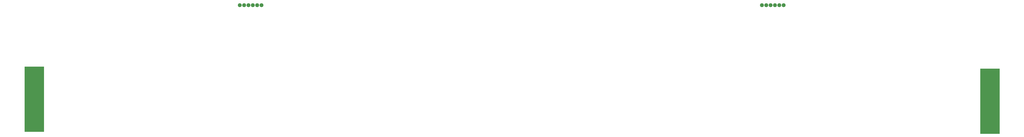
<source format=gbs>
G04 #@! TF.GenerationSoftware,KiCad,Pcbnew,7.0.1-0*
G04 #@! TF.CreationDate,2023-05-14T12:21:20+09:00*
G04 #@! TF.ProjectId,Sandy_Plate_Base,53616e64-795f-4506-9c61-74655f426173,v.0*
G04 #@! TF.SameCoordinates,Original*
G04 #@! TF.FileFunction,Soldermask,Bot*
G04 #@! TF.FilePolarity,Negative*
%FSLAX46Y46*%
G04 Gerber Fmt 4.6, Leading zero omitted, Abs format (unit mm)*
G04 Created by KiCad (PCBNEW 7.0.1-0) date 2023-05-14 12:21:20*
%MOMM*%
%LPD*%
G01*
G04 APERTURE LIST*
%ADD10C,0.100000*%
%ADD11C,1.187400*%
G04 APERTURE END LIST*
D10*
X17472345Y-54990780D02*
X23075470Y-54990780D01*
X23075470Y-54990780D02*
X23075470Y-74040780D01*
X23075470Y-74040780D02*
X17472345Y-74040780D01*
X17472345Y-74040780D02*
X17472345Y-54990780D01*
G36*
X17472345Y-54990780D02*
G01*
X23075470Y-54990780D01*
X23075470Y-74040780D01*
X17472345Y-74040780D01*
X17472345Y-54990780D01*
G37*
X296919220Y-55556227D02*
X302472345Y-55556227D01*
X302472345Y-55556227D02*
X302472345Y-74606227D01*
X302472345Y-74606227D02*
X296919220Y-74606227D01*
X296919220Y-74606227D02*
X296919220Y-55556227D01*
G36*
X296919220Y-55556227D02*
G01*
X302472345Y-55556227D01*
X302472345Y-74606227D01*
X296919220Y-74606227D01*
X296919220Y-55556227D01*
G37*
D11*
X80434848Y-36925277D03*
X81704848Y-36925277D03*
X82974848Y-36925277D03*
X84244848Y-36925277D03*
X85514848Y-36925277D03*
X86784848Y-36925277D03*
X233072495Y-36925280D03*
X234342495Y-36925280D03*
X235612495Y-36925280D03*
X236882495Y-36925280D03*
X238152495Y-36925280D03*
X239422495Y-36925280D03*
M02*

</source>
